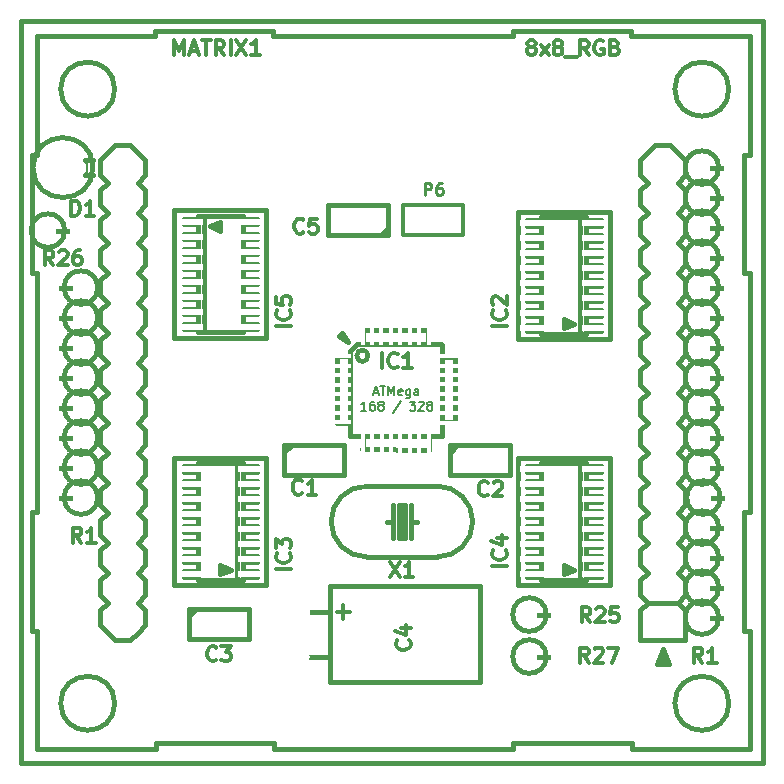
<source format=gto>
G04 (created by PCBNEW (2013-01-24 BZR 3921)-testing) date Fri 25 Jan 2013 03:38:43 AM CET*
%MOIN*%
G04 Gerber Fmt 3.4, Leading zero omitted, Abs format*
%FSLAX34Y34*%
G01*
G70*
G90*
G04 APERTURE LIST*
%ADD10C,0.00787402*%
%ADD11C,0.0075*%
%ADD12C,0.015*%
%ADD13C,0.012*%
%ADD14C,0.00984252*%
%ADD15C,0.055*%
%ADD16R,0.06X0.06*%
%ADD17C,0.06*%
%ADD18R,0.065X0.065*%
%ADD19C,0.065*%
%ADD20R,0.055X0.055*%
%ADD21C,0.16*%
%ADD22R,0.0866X0.0236*%
%ADD23R,0.0787X0.0177*%
%ADD24R,0.0177X0.0787*%
G04 APERTURE END LIST*
G54D10*
G54D11*
X53215Y-34901D02*
X53044Y-34901D01*
X53130Y-34901D02*
X53130Y-34601D01*
X53101Y-34644D01*
X53072Y-34672D01*
X53044Y-34687D01*
X53472Y-34601D02*
X53415Y-34601D01*
X53387Y-34615D01*
X53372Y-34630D01*
X53344Y-34672D01*
X53330Y-34730D01*
X53330Y-34844D01*
X53344Y-34872D01*
X53358Y-34887D01*
X53387Y-34901D01*
X53444Y-34901D01*
X53472Y-34887D01*
X53487Y-34872D01*
X53501Y-34844D01*
X53501Y-34772D01*
X53487Y-34744D01*
X53472Y-34730D01*
X53444Y-34715D01*
X53387Y-34715D01*
X53358Y-34730D01*
X53344Y-34744D01*
X53330Y-34772D01*
X53672Y-34730D02*
X53644Y-34715D01*
X53630Y-34701D01*
X53615Y-34672D01*
X53615Y-34658D01*
X53630Y-34630D01*
X53644Y-34615D01*
X53672Y-34601D01*
X53730Y-34601D01*
X53758Y-34615D01*
X53772Y-34630D01*
X53787Y-34658D01*
X53787Y-34672D01*
X53772Y-34701D01*
X53758Y-34715D01*
X53730Y-34730D01*
X53672Y-34730D01*
X53644Y-34744D01*
X53630Y-34758D01*
X53615Y-34787D01*
X53615Y-34844D01*
X53630Y-34872D01*
X53644Y-34887D01*
X53672Y-34901D01*
X53730Y-34901D01*
X53758Y-34887D01*
X53772Y-34872D01*
X53787Y-34844D01*
X53787Y-34787D01*
X53772Y-34758D01*
X53758Y-34744D01*
X53730Y-34730D01*
X54358Y-34587D02*
X54101Y-34972D01*
X54658Y-34601D02*
X54844Y-34601D01*
X54744Y-34715D01*
X54787Y-34715D01*
X54815Y-34730D01*
X54830Y-34744D01*
X54844Y-34772D01*
X54844Y-34844D01*
X54830Y-34872D01*
X54815Y-34887D01*
X54787Y-34901D01*
X54701Y-34901D01*
X54672Y-34887D01*
X54658Y-34872D01*
X54958Y-34630D02*
X54972Y-34615D01*
X55001Y-34601D01*
X55072Y-34601D01*
X55101Y-34615D01*
X55115Y-34630D01*
X55129Y-34658D01*
X55129Y-34687D01*
X55115Y-34730D01*
X54944Y-34901D01*
X55129Y-34901D01*
X55301Y-34730D02*
X55272Y-34715D01*
X55258Y-34701D01*
X55244Y-34672D01*
X55244Y-34658D01*
X55258Y-34630D01*
X55272Y-34615D01*
X55301Y-34601D01*
X55358Y-34601D01*
X55387Y-34615D01*
X55401Y-34630D01*
X55415Y-34658D01*
X55415Y-34672D01*
X55401Y-34701D01*
X55387Y-34715D01*
X55358Y-34730D01*
X55301Y-34730D01*
X55272Y-34744D01*
X55258Y-34758D01*
X55244Y-34787D01*
X55244Y-34844D01*
X55258Y-34872D01*
X55272Y-34887D01*
X55301Y-34901D01*
X55358Y-34901D01*
X55387Y-34887D01*
X55401Y-34872D01*
X55415Y-34844D01*
X55415Y-34787D01*
X55401Y-34758D01*
X55387Y-34744D01*
X55358Y-34730D01*
X53452Y-34305D02*
X53595Y-34305D01*
X53424Y-34391D02*
X53524Y-34091D01*
X53624Y-34391D01*
X53681Y-34091D02*
X53852Y-34091D01*
X53767Y-34391D02*
X53767Y-34091D01*
X53952Y-34391D02*
X53952Y-34091D01*
X54052Y-34305D01*
X54152Y-34091D01*
X54152Y-34391D01*
X54409Y-34377D02*
X54381Y-34391D01*
X54324Y-34391D01*
X54295Y-34377D01*
X54281Y-34348D01*
X54281Y-34234D01*
X54295Y-34205D01*
X54324Y-34191D01*
X54381Y-34191D01*
X54409Y-34205D01*
X54424Y-34234D01*
X54424Y-34262D01*
X54281Y-34291D01*
X54681Y-34191D02*
X54681Y-34434D01*
X54667Y-34462D01*
X54652Y-34477D01*
X54624Y-34491D01*
X54581Y-34491D01*
X54552Y-34477D01*
X54681Y-34377D02*
X54652Y-34391D01*
X54595Y-34391D01*
X54567Y-34377D01*
X54552Y-34362D01*
X54538Y-34334D01*
X54538Y-34248D01*
X54552Y-34220D01*
X54567Y-34205D01*
X54595Y-34191D01*
X54652Y-34191D01*
X54681Y-34205D01*
X54952Y-34391D02*
X54952Y-34234D01*
X54938Y-34205D01*
X54910Y-34191D01*
X54852Y-34191D01*
X54824Y-34205D01*
X54952Y-34377D02*
X54924Y-34391D01*
X54852Y-34391D01*
X54824Y-34377D01*
X54810Y-34348D01*
X54810Y-34320D01*
X54824Y-34291D01*
X54852Y-34277D01*
X54924Y-34277D01*
X54952Y-34262D01*
G54D12*
X41700Y-21900D02*
X66450Y-21900D01*
X41700Y-46650D02*
X41700Y-21900D01*
X66450Y-46650D02*
X41700Y-46650D01*
X66450Y-21900D02*
X66450Y-46650D01*
G54D13*
X43716Y-39302D02*
X43550Y-39064D01*
X43430Y-39302D02*
X43430Y-38802D01*
X43621Y-38802D01*
X43669Y-38826D01*
X43692Y-38850D01*
X43716Y-38897D01*
X43716Y-38969D01*
X43692Y-39016D01*
X43669Y-39040D01*
X43621Y-39064D01*
X43430Y-39064D01*
X44192Y-39302D02*
X43907Y-39302D01*
X44050Y-39302D02*
X44050Y-38802D01*
X44002Y-38873D01*
X43954Y-38921D01*
X43907Y-38945D01*
X64416Y-43302D02*
X64250Y-43064D01*
X64130Y-43302D02*
X64130Y-42802D01*
X64321Y-42802D01*
X64369Y-42826D01*
X64392Y-42850D01*
X64416Y-42897D01*
X64416Y-42969D01*
X64392Y-43016D01*
X64369Y-43040D01*
X64321Y-43064D01*
X64130Y-43064D01*
X64892Y-43302D02*
X64607Y-43302D01*
X64750Y-43302D02*
X64750Y-42802D01*
X64702Y-42873D01*
X64654Y-42921D01*
X64607Y-42945D01*
G54D12*
X54400Y-39150D02*
X54400Y-38050D01*
X54500Y-39150D02*
X54300Y-39150D01*
X54300Y-39150D02*
X54300Y-38050D01*
X54300Y-38050D02*
X54500Y-38050D01*
X54500Y-38050D02*
X54500Y-39150D01*
X54700Y-38600D02*
X54900Y-38600D01*
X54100Y-38600D02*
X53900Y-38600D01*
X54100Y-39150D02*
X54100Y-38050D01*
X54700Y-39150D02*
X54700Y-38050D01*
X55581Y-39781D02*
G75*
G03X56762Y-38600I0J1181D01*
G74*
G01*
X56762Y-38600D02*
G75*
G03X55581Y-37419I-1181J0D01*
G74*
G01*
X53219Y-37419D02*
X55581Y-37419D01*
X53219Y-39781D02*
X55581Y-39781D01*
X52038Y-38600D02*
G75*
G03X53219Y-39781I1181J0D01*
G74*
G01*
X53219Y-37419D02*
G75*
G03X52038Y-38600I0J-1181D01*
G74*
G01*
X53930Y-29050D02*
X51950Y-29050D01*
X51950Y-29050D02*
X51950Y-28050D01*
X51950Y-28050D02*
X53950Y-28050D01*
X53950Y-28050D02*
X53950Y-29050D01*
X53950Y-28800D02*
X53700Y-29050D01*
X56020Y-36050D02*
X58000Y-36050D01*
X58000Y-36050D02*
X58000Y-37050D01*
X58000Y-37050D02*
X56000Y-37050D01*
X56000Y-37050D02*
X56000Y-36050D01*
X56000Y-36300D02*
X56250Y-36050D01*
X50492Y-36042D02*
X52472Y-36042D01*
X52472Y-36042D02*
X52472Y-37042D01*
X52472Y-37042D02*
X50472Y-37042D01*
X50472Y-37042D02*
X50472Y-36042D01*
X50472Y-36292D02*
X50722Y-36042D01*
X56986Y-43959D02*
X56986Y-40759D01*
X51986Y-40759D02*
X51986Y-43959D01*
X51986Y-43959D02*
X56986Y-43959D01*
X51986Y-40759D02*
X56986Y-40759D01*
X50986Y-43109D02*
X51986Y-43109D01*
X50986Y-41609D02*
X51986Y-41609D01*
X47320Y-41500D02*
X49300Y-41500D01*
X49300Y-41500D02*
X49300Y-42500D01*
X49300Y-42500D02*
X47300Y-42500D01*
X47300Y-42500D02*
X47300Y-41500D01*
X47300Y-41750D02*
X47550Y-41500D01*
X44100Y-26800D02*
G75*
G03X44100Y-26800I-1000J0D01*
G74*
G01*
X44100Y-26550D02*
X43850Y-26550D01*
X43850Y-26550D02*
X43850Y-27050D01*
X43850Y-27050D02*
X44100Y-27050D01*
X64400Y-34800D02*
X65400Y-34800D01*
X64959Y-34800D02*
G75*
G03X64959Y-34800I-559J0D01*
G74*
G01*
X64400Y-35800D02*
X65400Y-35800D01*
X64959Y-35800D02*
G75*
G03X64959Y-35800I-559J0D01*
G74*
G01*
X64400Y-36800D02*
X65400Y-36800D01*
X64959Y-36800D02*
G75*
G03X64959Y-36800I-559J0D01*
G74*
G01*
X64450Y-37800D02*
X65450Y-37800D01*
X65009Y-37800D02*
G75*
G03X65009Y-37800I-559J0D01*
G74*
G01*
X64400Y-38800D02*
X65400Y-38800D01*
X64959Y-38800D02*
G75*
G03X64959Y-38800I-559J0D01*
G74*
G01*
X64400Y-39800D02*
X65400Y-39800D01*
X64959Y-39800D02*
G75*
G03X64959Y-39800I-559J0D01*
G74*
G01*
X64400Y-40800D02*
X65400Y-40800D01*
X64959Y-40800D02*
G75*
G03X64959Y-40800I-559J0D01*
G74*
G01*
X64400Y-41800D02*
X65400Y-41800D01*
X64959Y-41800D02*
G75*
G03X64959Y-41800I-559J0D01*
G74*
G01*
X43700Y-30800D02*
X42700Y-30800D01*
X44259Y-30800D02*
G75*
G03X44259Y-30800I-559J0D01*
G74*
G01*
X43700Y-31800D02*
X42700Y-31800D01*
X44259Y-31800D02*
G75*
G03X44259Y-31800I-559J0D01*
G74*
G01*
X43700Y-32800D02*
X42700Y-32800D01*
X44259Y-32800D02*
G75*
G03X44259Y-32800I-559J0D01*
G74*
G01*
X43700Y-33800D02*
X42700Y-33800D01*
X44259Y-33800D02*
G75*
G03X44259Y-33800I-559J0D01*
G74*
G01*
X43700Y-34800D02*
X42700Y-34800D01*
X44259Y-34800D02*
G75*
G03X44259Y-34800I-559J0D01*
G74*
G01*
X43700Y-35800D02*
X42700Y-35800D01*
X44259Y-35800D02*
G75*
G03X44259Y-35800I-559J0D01*
G74*
G01*
X43700Y-36800D02*
X42700Y-36800D01*
X44259Y-36800D02*
G75*
G03X44259Y-36800I-559J0D01*
G74*
G01*
X43700Y-37800D02*
X42700Y-37800D01*
X44259Y-37800D02*
G75*
G03X44259Y-37800I-559J0D01*
G74*
G01*
X64400Y-26800D02*
X65400Y-26800D01*
X64959Y-26800D02*
G75*
G03X64959Y-26800I-559J0D01*
G74*
G01*
X64400Y-27800D02*
X65400Y-27800D01*
X64959Y-27800D02*
G75*
G03X64959Y-27800I-559J0D01*
G74*
G01*
X64400Y-28800D02*
X65400Y-28800D01*
X64959Y-28800D02*
G75*
G03X64959Y-28800I-559J0D01*
G74*
G01*
X64400Y-29800D02*
X65400Y-29800D01*
X64959Y-29800D02*
G75*
G03X64959Y-29800I-559J0D01*
G74*
G01*
X64400Y-30800D02*
X65400Y-30800D01*
X64959Y-30800D02*
G75*
G03X64959Y-30800I-559J0D01*
G74*
G01*
X64400Y-31800D02*
X65400Y-31800D01*
X64959Y-31800D02*
G75*
G03X64959Y-31800I-559J0D01*
G74*
G01*
X64400Y-32800D02*
X65400Y-32800D01*
X64959Y-32800D02*
G75*
G03X64959Y-32800I-559J0D01*
G74*
G01*
X64400Y-33800D02*
X65400Y-33800D01*
X64959Y-33800D02*
G75*
G03X64959Y-33800I-559J0D01*
G74*
G01*
X42600Y-28900D02*
X43600Y-28900D01*
X43159Y-28900D02*
G75*
G03X43159Y-28900I-559J0D01*
G74*
G01*
X58650Y-41700D02*
X59650Y-41700D01*
X59209Y-41700D02*
G75*
G03X59209Y-41700I-559J0D01*
G74*
G01*
X44824Y-24186D02*
G75*
G03X44824Y-24186I-900J0D01*
G74*
G01*
X44824Y-44658D02*
G75*
G03X44824Y-44658I-900J0D01*
G74*
G01*
X65297Y-24186D02*
G75*
G03X65297Y-24186I-900J0D01*
G74*
G01*
X65297Y-44658D02*
G75*
G03X65297Y-44658I-900J0D01*
G74*
G01*
X58650Y-43100D02*
X59650Y-43100D01*
X59209Y-43100D02*
G75*
G03X59209Y-43100I-559J0D01*
G74*
G01*
X63100Y-42900D02*
X63000Y-43300D01*
X63100Y-42950D02*
X63150Y-43250D01*
X63100Y-42850D02*
X63300Y-43350D01*
X63300Y-43350D02*
X62900Y-43350D01*
X63100Y-42850D02*
X63100Y-43350D01*
X63100Y-43350D02*
X62900Y-43350D01*
X63100Y-42850D02*
X62900Y-43350D01*
X62600Y-36300D02*
X62350Y-36050D01*
X62350Y-36050D02*
X62350Y-35550D01*
X62350Y-35550D02*
X62600Y-35300D01*
X62600Y-35300D02*
X62350Y-35050D01*
X62350Y-35050D02*
X62350Y-34550D01*
X62350Y-34550D02*
X62600Y-34300D01*
X62600Y-34300D02*
X62350Y-34050D01*
X62350Y-34050D02*
X62350Y-33550D01*
X62350Y-33550D02*
X62600Y-33300D01*
X62600Y-33300D02*
X62350Y-33050D01*
X62350Y-33050D02*
X62350Y-32550D01*
X62350Y-32550D02*
X62600Y-32300D01*
X62600Y-32300D02*
X62350Y-32050D01*
X62350Y-32050D02*
X62350Y-31550D01*
X62350Y-31550D02*
X62600Y-31300D01*
X62600Y-31300D02*
X62350Y-31050D01*
X62350Y-31050D02*
X62350Y-30550D01*
X62350Y-30550D02*
X62600Y-30300D01*
X62600Y-30300D02*
X62350Y-30050D01*
X62350Y-30050D02*
X62350Y-29550D01*
X62350Y-29550D02*
X62600Y-29300D01*
X62600Y-29300D02*
X62350Y-29050D01*
X62350Y-29050D02*
X62350Y-28550D01*
X62350Y-28550D02*
X62600Y-28300D01*
X62600Y-28300D02*
X62350Y-28050D01*
X62350Y-28050D02*
X62350Y-27550D01*
X62350Y-27550D02*
X62600Y-27300D01*
X62600Y-27300D02*
X62350Y-27050D01*
X62350Y-27050D02*
X62350Y-26550D01*
X62350Y-26550D02*
X62850Y-26050D01*
X62350Y-37550D02*
X62600Y-37300D01*
X62600Y-37300D02*
X62350Y-37050D01*
X62350Y-37050D02*
X62350Y-36550D01*
X62350Y-36550D02*
X62600Y-36300D01*
X62600Y-41300D02*
X63600Y-41300D01*
X63850Y-41550D02*
X63850Y-42550D01*
X63850Y-42550D02*
X62350Y-42550D01*
X62350Y-42550D02*
X62350Y-41550D01*
X62350Y-41550D02*
X62600Y-41300D01*
X62600Y-41300D02*
X62350Y-41050D01*
X62350Y-41050D02*
X62350Y-40550D01*
X62350Y-40550D02*
X62600Y-40300D01*
X62600Y-40300D02*
X62350Y-40050D01*
X62350Y-40050D02*
X62350Y-39550D01*
X62350Y-39550D02*
X62600Y-39300D01*
X62600Y-39300D02*
X62350Y-39050D01*
X62350Y-39050D02*
X62350Y-38550D01*
X62350Y-38550D02*
X62600Y-38300D01*
X62600Y-38300D02*
X62350Y-38050D01*
X62350Y-38050D02*
X62350Y-37550D01*
X62850Y-26050D02*
X63350Y-26050D01*
X63350Y-26050D02*
X63850Y-26550D01*
X63850Y-26550D02*
X63850Y-27050D01*
X63850Y-27050D02*
X63600Y-27300D01*
X63600Y-27300D02*
X63850Y-27550D01*
X63850Y-27550D02*
X63850Y-28050D01*
X63850Y-28050D02*
X63600Y-28300D01*
X63600Y-28300D02*
X63850Y-28550D01*
X63850Y-28550D02*
X63850Y-29050D01*
X63850Y-29050D02*
X63600Y-29300D01*
X63600Y-29300D02*
X63850Y-29550D01*
X63850Y-29550D02*
X63850Y-30050D01*
X63850Y-30050D02*
X63600Y-30300D01*
X63600Y-30300D02*
X63850Y-30550D01*
X63850Y-30550D02*
X63850Y-31050D01*
X63850Y-31050D02*
X63600Y-31300D01*
X63600Y-31300D02*
X63850Y-31550D01*
X63850Y-31550D02*
X63850Y-32050D01*
X63850Y-32050D02*
X63600Y-32300D01*
X63600Y-32300D02*
X63850Y-32550D01*
X63850Y-32550D02*
X63850Y-33050D01*
X63850Y-33050D02*
X63600Y-33300D01*
X63600Y-33300D02*
X63850Y-33550D01*
X63850Y-33550D02*
X63850Y-34050D01*
X63850Y-34050D02*
X63600Y-34300D01*
X63600Y-34300D02*
X63850Y-34550D01*
X63850Y-34550D02*
X63850Y-35050D01*
X63850Y-35050D02*
X63600Y-35300D01*
X63600Y-35300D02*
X63850Y-35550D01*
X63850Y-35550D02*
X63850Y-36050D01*
X63850Y-36050D02*
X63600Y-36300D01*
X63600Y-36300D02*
X63850Y-36550D01*
X63850Y-36550D02*
X63850Y-37050D01*
X63850Y-37050D02*
X63600Y-37300D01*
X63600Y-37300D02*
X63850Y-37550D01*
X63850Y-37550D02*
X63850Y-38050D01*
X63850Y-38050D02*
X63600Y-38300D01*
X63600Y-38300D02*
X63850Y-38550D01*
X63850Y-38550D02*
X63850Y-39050D01*
X63850Y-39050D02*
X63600Y-39300D01*
X63600Y-39300D02*
X63850Y-39550D01*
X63850Y-39550D02*
X63850Y-40050D01*
X63850Y-40050D02*
X63600Y-40300D01*
X63600Y-40300D02*
X63850Y-40550D01*
X63850Y-40550D02*
X63850Y-41050D01*
X63850Y-41050D02*
X63600Y-41300D01*
X63600Y-41300D02*
X63850Y-41550D01*
X44850Y-26050D02*
X45350Y-26050D01*
X45350Y-26050D02*
X45850Y-26550D01*
X45850Y-26550D02*
X45850Y-27050D01*
X45850Y-27050D02*
X45600Y-27300D01*
X45600Y-27300D02*
X45850Y-27550D01*
X45850Y-27550D02*
X45850Y-28050D01*
X45850Y-28050D02*
X45600Y-28300D01*
X45600Y-28300D02*
X45850Y-28550D01*
X45850Y-28550D02*
X45850Y-29050D01*
X45850Y-29050D02*
X45600Y-29300D01*
X45600Y-29300D02*
X45850Y-29550D01*
X45850Y-29550D02*
X45850Y-30050D01*
X45850Y-30050D02*
X45600Y-30300D01*
X45600Y-30300D02*
X45850Y-30550D01*
X45850Y-30550D02*
X45850Y-31050D01*
X45850Y-31050D02*
X45600Y-31300D01*
X45600Y-31300D02*
X45850Y-31550D01*
X45850Y-31550D02*
X45850Y-32050D01*
X45850Y-32050D02*
X45600Y-32300D01*
X45600Y-32300D02*
X45850Y-32550D01*
X45850Y-32550D02*
X45850Y-33050D01*
X45850Y-33050D02*
X45600Y-33300D01*
X45600Y-33300D02*
X45850Y-33550D01*
X45850Y-33550D02*
X45850Y-34050D01*
X45850Y-34050D02*
X45600Y-34300D01*
X45600Y-34300D02*
X45850Y-34550D01*
X45850Y-34550D02*
X45850Y-35050D01*
X45850Y-35050D02*
X45600Y-35300D01*
X45600Y-35300D02*
X45850Y-35550D01*
X45850Y-35550D02*
X45850Y-36050D01*
X45850Y-36050D02*
X45600Y-36300D01*
X45600Y-36300D02*
X45850Y-36550D01*
X45850Y-36550D02*
X45850Y-37050D01*
X45850Y-37050D02*
X45600Y-37300D01*
X45600Y-37300D02*
X45850Y-37550D01*
X45850Y-37550D02*
X45850Y-38050D01*
X45850Y-38050D02*
X45600Y-38300D01*
X45600Y-38300D02*
X45850Y-38550D01*
X45850Y-38550D02*
X45850Y-39050D01*
X45850Y-39050D02*
X45600Y-39300D01*
X45600Y-39300D02*
X45850Y-39550D01*
X45850Y-39550D02*
X45850Y-40050D01*
X45850Y-40050D02*
X45600Y-40300D01*
X45600Y-40300D02*
X45850Y-40550D01*
X45850Y-40550D02*
X45850Y-41050D01*
X45850Y-41050D02*
X45600Y-41300D01*
X45600Y-41300D02*
X45850Y-41550D01*
X45850Y-41550D02*
X45850Y-42050D01*
X45850Y-42050D02*
X45600Y-42300D01*
X45600Y-42300D02*
X45350Y-42550D01*
X45350Y-42550D02*
X44850Y-42550D01*
X44850Y-42550D02*
X44350Y-42050D01*
X44350Y-42050D02*
X44350Y-41550D01*
X44350Y-41550D02*
X44600Y-41300D01*
X44600Y-41300D02*
X44350Y-41050D01*
X44350Y-41050D02*
X44350Y-40550D01*
X44350Y-40550D02*
X44600Y-40300D01*
X44600Y-40300D02*
X44350Y-40050D01*
X44350Y-40050D02*
X44350Y-39550D01*
X44350Y-39550D02*
X44600Y-39300D01*
X44600Y-39300D02*
X44350Y-39050D01*
X44350Y-39050D02*
X44350Y-38550D01*
X44350Y-38550D02*
X44600Y-38300D01*
X44600Y-38300D02*
X44350Y-38050D01*
X44350Y-38050D02*
X44350Y-37550D01*
X44350Y-37550D02*
X44600Y-37300D01*
X44600Y-37300D02*
X44350Y-37050D01*
X44350Y-37050D02*
X44350Y-36550D01*
X44350Y-36550D02*
X44600Y-36300D01*
X44600Y-36300D02*
X44350Y-36050D01*
X44350Y-36050D02*
X44350Y-35550D01*
X44350Y-35550D02*
X44600Y-35300D01*
X44600Y-35300D02*
X44350Y-35050D01*
X44350Y-35050D02*
X44350Y-34550D01*
X44350Y-34550D02*
X44600Y-34300D01*
X44600Y-34300D02*
X44350Y-34050D01*
X44350Y-34050D02*
X44350Y-33550D01*
X44350Y-33550D02*
X44600Y-33300D01*
X44600Y-33300D02*
X44350Y-33050D01*
X44350Y-33050D02*
X44350Y-32550D01*
X44350Y-32550D02*
X44600Y-32300D01*
X44600Y-32300D02*
X44350Y-32050D01*
X44350Y-32050D02*
X44350Y-31550D01*
X44350Y-31550D02*
X44600Y-31300D01*
X44600Y-31300D02*
X44350Y-31050D01*
X44350Y-31050D02*
X44350Y-30550D01*
X44350Y-30550D02*
X44600Y-30300D01*
X44600Y-30300D02*
X44350Y-30050D01*
X44350Y-30050D02*
X44350Y-29550D01*
X44350Y-29550D02*
X44600Y-29300D01*
X44600Y-29300D02*
X44350Y-29050D01*
X44350Y-29050D02*
X44350Y-28550D01*
X44350Y-28550D02*
X44600Y-28300D01*
X44600Y-28300D02*
X44350Y-28050D01*
X44350Y-28050D02*
X44350Y-27550D01*
X44350Y-27550D02*
X44600Y-27300D01*
X44600Y-27300D02*
X44350Y-27050D01*
X44350Y-27050D02*
X44350Y-26550D01*
X44350Y-26550D02*
X44850Y-26050D01*
X65793Y-26367D02*
X65990Y-26367D01*
X65990Y-26367D02*
X65990Y-22430D01*
X62033Y-22430D02*
X62033Y-22233D01*
X62033Y-22233D02*
X58096Y-22233D01*
X58096Y-22233D02*
X58096Y-22430D01*
X58096Y-22430D02*
X50104Y-22430D01*
X50104Y-22430D02*
X50104Y-22233D01*
X50104Y-22233D02*
X46167Y-22233D01*
X46167Y-22233D02*
X46167Y-22430D01*
X46167Y-22430D02*
X42230Y-22430D01*
X42230Y-22430D02*
X42230Y-26367D01*
X42230Y-26367D02*
X42053Y-26367D01*
X42053Y-26367D02*
X42053Y-30304D01*
X42053Y-30304D02*
X42250Y-30304D01*
X42250Y-30304D02*
X42250Y-38296D01*
X42250Y-38296D02*
X42053Y-38296D01*
X42053Y-38296D02*
X42053Y-42233D01*
X42053Y-42233D02*
X42250Y-42233D01*
X42250Y-42233D02*
X42250Y-46170D01*
X42250Y-46170D02*
X46187Y-46170D01*
X46187Y-46170D02*
X46187Y-45973D01*
X46187Y-45973D02*
X50124Y-45973D01*
X50124Y-45973D02*
X50124Y-46170D01*
X50124Y-46170D02*
X58116Y-46170D01*
X58116Y-46170D02*
X58116Y-45973D01*
X58116Y-45973D02*
X62053Y-45973D01*
X62053Y-45973D02*
X62053Y-46170D01*
X62053Y-46170D02*
X65990Y-46170D01*
X65990Y-46170D02*
X65990Y-42233D01*
X65990Y-42233D02*
X65793Y-42233D01*
X65793Y-42233D02*
X65793Y-38296D01*
X65793Y-38296D02*
X65990Y-38296D01*
X65990Y-38296D02*
X65990Y-30304D01*
X65990Y-30304D02*
X65793Y-30304D01*
X65793Y-30304D02*
X65793Y-26367D01*
X65970Y-22430D02*
X62033Y-22430D01*
X60150Y-32000D02*
X59800Y-32000D01*
X60150Y-32000D02*
X59800Y-32150D01*
X59800Y-32150D02*
X59800Y-31850D01*
X59800Y-31850D02*
X60150Y-32000D01*
X61020Y-32246D02*
X61020Y-32053D01*
X61020Y-32053D02*
X60587Y-32053D01*
X60587Y-32246D02*
X60587Y-32053D01*
X61020Y-32246D02*
X60587Y-32246D01*
X61020Y-31746D02*
X61020Y-31553D01*
X61020Y-31553D02*
X60587Y-31553D01*
X60587Y-31746D02*
X60587Y-31553D01*
X61020Y-31746D02*
X60587Y-31746D01*
X61020Y-31246D02*
X61020Y-31053D01*
X61020Y-31053D02*
X60587Y-31053D01*
X60587Y-31246D02*
X60587Y-31053D01*
X61020Y-31246D02*
X60587Y-31246D01*
X61020Y-30746D02*
X61020Y-30553D01*
X61020Y-30553D02*
X60587Y-30553D01*
X60587Y-30746D02*
X60587Y-30553D01*
X61020Y-30746D02*
X60587Y-30746D01*
X59013Y-29747D02*
X59013Y-29554D01*
X59013Y-29554D02*
X58580Y-29554D01*
X58580Y-29747D02*
X58580Y-29554D01*
X59013Y-29747D02*
X58580Y-29747D01*
X59013Y-30247D02*
X59013Y-30054D01*
X59013Y-30054D02*
X58580Y-30054D01*
X58580Y-30247D02*
X58580Y-30054D01*
X59013Y-30247D02*
X58580Y-30247D01*
X59013Y-30746D02*
X59013Y-30553D01*
X59013Y-30553D02*
X58580Y-30553D01*
X58580Y-30746D02*
X58580Y-30553D01*
X59013Y-30746D02*
X58580Y-30746D01*
X59013Y-31246D02*
X59013Y-31053D01*
X59013Y-31053D02*
X58580Y-31053D01*
X58580Y-31246D02*
X58580Y-31053D01*
X59013Y-31246D02*
X58580Y-31246D01*
X61020Y-30247D02*
X61020Y-30054D01*
X61020Y-30054D02*
X60587Y-30054D01*
X60587Y-30247D02*
X60587Y-30054D01*
X61020Y-30247D02*
X60587Y-30247D01*
X61020Y-29747D02*
X61020Y-29554D01*
X61020Y-29554D02*
X60587Y-29554D01*
X60587Y-29747D02*
X60587Y-29554D01*
X61020Y-29747D02*
X60587Y-29747D01*
X61020Y-29247D02*
X61020Y-29054D01*
X61020Y-29054D02*
X60587Y-29054D01*
X60587Y-29247D02*
X60587Y-29054D01*
X61020Y-29247D02*
X60587Y-29247D01*
X61020Y-28747D02*
X61020Y-28554D01*
X61020Y-28554D02*
X60587Y-28554D01*
X60587Y-28747D02*
X60587Y-28554D01*
X61020Y-28747D02*
X60587Y-28747D01*
X59013Y-28747D02*
X59013Y-28554D01*
X59013Y-28554D02*
X58580Y-28554D01*
X58580Y-28747D02*
X58580Y-28554D01*
X59013Y-28747D02*
X58580Y-28747D01*
X59013Y-29247D02*
X59013Y-29054D01*
X59013Y-29054D02*
X58580Y-29054D01*
X58580Y-29247D02*
X58580Y-29054D01*
X59013Y-29247D02*
X58580Y-29247D01*
X59013Y-31746D02*
X59013Y-31553D01*
X59013Y-31553D02*
X58580Y-31553D01*
X58580Y-31746D02*
X58580Y-31553D01*
X59013Y-31746D02*
X58580Y-31746D01*
X59013Y-32246D02*
X59013Y-32053D01*
X59013Y-32053D02*
X58580Y-32053D01*
X58580Y-32246D02*
X58580Y-32053D01*
X59013Y-32246D02*
X58580Y-32246D01*
X58265Y-32524D02*
X58265Y-28276D01*
X61335Y-28276D02*
X61335Y-32524D01*
X61335Y-32524D02*
X58265Y-32524D01*
X60548Y-28456D02*
X60548Y-32344D01*
X60548Y-32344D02*
X60351Y-32344D01*
X60351Y-32344D02*
X59052Y-32344D01*
X59052Y-32344D02*
X59052Y-28456D01*
X60351Y-28456D02*
X60351Y-32344D01*
X59052Y-28456D02*
X60351Y-28456D01*
X60351Y-28456D02*
X60548Y-28456D01*
X58265Y-28276D02*
X61335Y-28276D01*
X60150Y-40200D02*
X59800Y-40200D01*
X60150Y-40200D02*
X59800Y-40350D01*
X59800Y-40350D02*
X59800Y-40050D01*
X59800Y-40050D02*
X60150Y-40200D01*
X61020Y-40446D02*
X61020Y-40253D01*
X61020Y-40253D02*
X60587Y-40253D01*
X60587Y-40446D02*
X60587Y-40253D01*
X61020Y-40446D02*
X60587Y-40446D01*
X61020Y-39946D02*
X61020Y-39753D01*
X61020Y-39753D02*
X60587Y-39753D01*
X60587Y-39946D02*
X60587Y-39753D01*
X61020Y-39946D02*
X60587Y-39946D01*
X61020Y-39446D02*
X61020Y-39253D01*
X61020Y-39253D02*
X60587Y-39253D01*
X60587Y-39446D02*
X60587Y-39253D01*
X61020Y-39446D02*
X60587Y-39446D01*
X61020Y-38946D02*
X61020Y-38753D01*
X61020Y-38753D02*
X60587Y-38753D01*
X60587Y-38946D02*
X60587Y-38753D01*
X61020Y-38946D02*
X60587Y-38946D01*
X59013Y-37947D02*
X59013Y-37754D01*
X59013Y-37754D02*
X58580Y-37754D01*
X58580Y-37947D02*
X58580Y-37754D01*
X59013Y-37947D02*
X58580Y-37947D01*
X59013Y-38447D02*
X59013Y-38254D01*
X59013Y-38254D02*
X58580Y-38254D01*
X58580Y-38447D02*
X58580Y-38254D01*
X59013Y-38447D02*
X58580Y-38447D01*
X59013Y-38946D02*
X59013Y-38753D01*
X59013Y-38753D02*
X58580Y-38753D01*
X58580Y-38946D02*
X58580Y-38753D01*
X59013Y-38946D02*
X58580Y-38946D01*
X59013Y-39446D02*
X59013Y-39253D01*
X59013Y-39253D02*
X58580Y-39253D01*
X58580Y-39446D02*
X58580Y-39253D01*
X59013Y-39446D02*
X58580Y-39446D01*
X61020Y-38447D02*
X61020Y-38254D01*
X61020Y-38254D02*
X60587Y-38254D01*
X60587Y-38447D02*
X60587Y-38254D01*
X61020Y-38447D02*
X60587Y-38447D01*
X61020Y-37947D02*
X61020Y-37754D01*
X61020Y-37754D02*
X60587Y-37754D01*
X60587Y-37947D02*
X60587Y-37754D01*
X61020Y-37947D02*
X60587Y-37947D01*
X61020Y-37447D02*
X61020Y-37254D01*
X61020Y-37254D02*
X60587Y-37254D01*
X60587Y-37447D02*
X60587Y-37254D01*
X61020Y-37447D02*
X60587Y-37447D01*
X61020Y-36947D02*
X61020Y-36754D01*
X61020Y-36754D02*
X60587Y-36754D01*
X60587Y-36947D02*
X60587Y-36754D01*
X61020Y-36947D02*
X60587Y-36947D01*
X59013Y-36947D02*
X59013Y-36754D01*
X59013Y-36754D02*
X58580Y-36754D01*
X58580Y-36947D02*
X58580Y-36754D01*
X59013Y-36947D02*
X58580Y-36947D01*
X59013Y-37447D02*
X59013Y-37254D01*
X59013Y-37254D02*
X58580Y-37254D01*
X58580Y-37447D02*
X58580Y-37254D01*
X59013Y-37447D02*
X58580Y-37447D01*
X59013Y-39946D02*
X59013Y-39753D01*
X59013Y-39753D02*
X58580Y-39753D01*
X58580Y-39946D02*
X58580Y-39753D01*
X59013Y-39946D02*
X58580Y-39946D01*
X59013Y-40446D02*
X59013Y-40253D01*
X59013Y-40253D02*
X58580Y-40253D01*
X58580Y-40446D02*
X58580Y-40253D01*
X59013Y-40446D02*
X58580Y-40446D01*
X58265Y-40724D02*
X58265Y-36476D01*
X61335Y-36476D02*
X61335Y-40724D01*
X61335Y-40724D02*
X58265Y-40724D01*
X60548Y-36656D02*
X60548Y-40544D01*
X60548Y-40544D02*
X60351Y-40544D01*
X60351Y-40544D02*
X59052Y-40544D01*
X59052Y-40544D02*
X59052Y-36656D01*
X60351Y-36656D02*
X60351Y-40544D01*
X59052Y-36656D02*
X60351Y-36656D01*
X60351Y-36656D02*
X60548Y-36656D01*
X58265Y-36476D02*
X61335Y-36476D01*
X48000Y-28750D02*
X48350Y-28750D01*
X48000Y-28750D02*
X48350Y-28600D01*
X48350Y-28600D02*
X48350Y-28900D01*
X48350Y-28900D02*
X48000Y-28750D01*
X47130Y-28504D02*
X47130Y-28697D01*
X47130Y-28697D02*
X47563Y-28697D01*
X47563Y-28504D02*
X47563Y-28697D01*
X47130Y-28504D02*
X47563Y-28504D01*
X47130Y-29004D02*
X47130Y-29197D01*
X47130Y-29197D02*
X47563Y-29197D01*
X47563Y-29004D02*
X47563Y-29197D01*
X47130Y-29004D02*
X47563Y-29004D01*
X47130Y-29504D02*
X47130Y-29697D01*
X47130Y-29697D02*
X47563Y-29697D01*
X47563Y-29504D02*
X47563Y-29697D01*
X47130Y-29504D02*
X47563Y-29504D01*
X47130Y-30004D02*
X47130Y-30197D01*
X47130Y-30197D02*
X47563Y-30197D01*
X47563Y-30004D02*
X47563Y-30197D01*
X47130Y-30004D02*
X47563Y-30004D01*
X49137Y-31003D02*
X49137Y-31196D01*
X49137Y-31196D02*
X49570Y-31196D01*
X49570Y-31003D02*
X49570Y-31196D01*
X49137Y-31003D02*
X49570Y-31003D01*
X49137Y-30503D02*
X49137Y-30696D01*
X49137Y-30696D02*
X49570Y-30696D01*
X49570Y-30503D02*
X49570Y-30696D01*
X49137Y-30503D02*
X49570Y-30503D01*
X49137Y-30004D02*
X49137Y-30197D01*
X49137Y-30197D02*
X49570Y-30197D01*
X49570Y-30004D02*
X49570Y-30197D01*
X49137Y-30004D02*
X49570Y-30004D01*
X49137Y-29504D02*
X49137Y-29697D01*
X49137Y-29697D02*
X49570Y-29697D01*
X49570Y-29504D02*
X49570Y-29697D01*
X49137Y-29504D02*
X49570Y-29504D01*
X47130Y-30503D02*
X47130Y-30696D01*
X47130Y-30696D02*
X47563Y-30696D01*
X47563Y-30503D02*
X47563Y-30696D01*
X47130Y-30503D02*
X47563Y-30503D01*
X47130Y-31003D02*
X47130Y-31196D01*
X47130Y-31196D02*
X47563Y-31196D01*
X47563Y-31003D02*
X47563Y-31196D01*
X47130Y-31003D02*
X47563Y-31003D01*
X47130Y-31503D02*
X47130Y-31696D01*
X47130Y-31696D02*
X47563Y-31696D01*
X47563Y-31503D02*
X47563Y-31696D01*
X47130Y-31503D02*
X47563Y-31503D01*
X47130Y-32003D02*
X47130Y-32196D01*
X47130Y-32196D02*
X47563Y-32196D01*
X47563Y-32003D02*
X47563Y-32196D01*
X47130Y-32003D02*
X47563Y-32003D01*
X49137Y-32003D02*
X49137Y-32196D01*
X49137Y-32196D02*
X49570Y-32196D01*
X49570Y-32003D02*
X49570Y-32196D01*
X49137Y-32003D02*
X49570Y-32003D01*
X49137Y-31503D02*
X49137Y-31696D01*
X49137Y-31696D02*
X49570Y-31696D01*
X49570Y-31503D02*
X49570Y-31696D01*
X49137Y-31503D02*
X49570Y-31503D01*
X49137Y-29004D02*
X49137Y-29197D01*
X49137Y-29197D02*
X49570Y-29197D01*
X49570Y-29004D02*
X49570Y-29197D01*
X49137Y-29004D02*
X49570Y-29004D01*
X49137Y-28504D02*
X49137Y-28697D01*
X49137Y-28697D02*
X49570Y-28697D01*
X49570Y-28504D02*
X49570Y-28697D01*
X49137Y-28504D02*
X49570Y-28504D01*
X49885Y-28226D02*
X49885Y-32474D01*
X46815Y-32474D02*
X46815Y-28226D01*
X46815Y-28226D02*
X49885Y-28226D01*
X47602Y-32294D02*
X47602Y-28406D01*
X47602Y-28406D02*
X47799Y-28406D01*
X47799Y-28406D02*
X49098Y-28406D01*
X49098Y-28406D02*
X49098Y-32294D01*
X47799Y-32294D02*
X47799Y-28406D01*
X49098Y-32294D02*
X47799Y-32294D01*
X47799Y-32294D02*
X47602Y-32294D01*
X49885Y-32474D02*
X46815Y-32474D01*
X48700Y-40200D02*
X48350Y-40200D01*
X48700Y-40200D02*
X48350Y-40350D01*
X48350Y-40350D02*
X48350Y-40050D01*
X48350Y-40050D02*
X48700Y-40200D01*
X49570Y-40446D02*
X49570Y-40253D01*
X49570Y-40253D02*
X49137Y-40253D01*
X49137Y-40446D02*
X49137Y-40253D01*
X49570Y-40446D02*
X49137Y-40446D01*
X49570Y-39946D02*
X49570Y-39753D01*
X49570Y-39753D02*
X49137Y-39753D01*
X49137Y-39946D02*
X49137Y-39753D01*
X49570Y-39946D02*
X49137Y-39946D01*
X49570Y-39446D02*
X49570Y-39253D01*
X49570Y-39253D02*
X49137Y-39253D01*
X49137Y-39446D02*
X49137Y-39253D01*
X49570Y-39446D02*
X49137Y-39446D01*
X49570Y-38946D02*
X49570Y-38753D01*
X49570Y-38753D02*
X49137Y-38753D01*
X49137Y-38946D02*
X49137Y-38753D01*
X49570Y-38946D02*
X49137Y-38946D01*
X47563Y-37947D02*
X47563Y-37754D01*
X47563Y-37754D02*
X47130Y-37754D01*
X47130Y-37947D02*
X47130Y-37754D01*
X47563Y-37947D02*
X47130Y-37947D01*
X47563Y-38447D02*
X47563Y-38254D01*
X47563Y-38254D02*
X47130Y-38254D01*
X47130Y-38447D02*
X47130Y-38254D01*
X47563Y-38447D02*
X47130Y-38447D01*
X47563Y-38946D02*
X47563Y-38753D01*
X47563Y-38753D02*
X47130Y-38753D01*
X47130Y-38946D02*
X47130Y-38753D01*
X47563Y-38946D02*
X47130Y-38946D01*
X47563Y-39446D02*
X47563Y-39253D01*
X47563Y-39253D02*
X47130Y-39253D01*
X47130Y-39446D02*
X47130Y-39253D01*
X47563Y-39446D02*
X47130Y-39446D01*
X49570Y-38447D02*
X49570Y-38254D01*
X49570Y-38254D02*
X49137Y-38254D01*
X49137Y-38447D02*
X49137Y-38254D01*
X49570Y-38447D02*
X49137Y-38447D01*
X49570Y-37947D02*
X49570Y-37754D01*
X49570Y-37754D02*
X49137Y-37754D01*
X49137Y-37947D02*
X49137Y-37754D01*
X49570Y-37947D02*
X49137Y-37947D01*
X49570Y-37447D02*
X49570Y-37254D01*
X49570Y-37254D02*
X49137Y-37254D01*
X49137Y-37447D02*
X49137Y-37254D01*
X49570Y-37447D02*
X49137Y-37447D01*
X49570Y-36947D02*
X49570Y-36754D01*
X49570Y-36754D02*
X49137Y-36754D01*
X49137Y-36947D02*
X49137Y-36754D01*
X49570Y-36947D02*
X49137Y-36947D01*
X47563Y-36947D02*
X47563Y-36754D01*
X47563Y-36754D02*
X47130Y-36754D01*
X47130Y-36947D02*
X47130Y-36754D01*
X47563Y-36947D02*
X47130Y-36947D01*
X47563Y-37447D02*
X47563Y-37254D01*
X47563Y-37254D02*
X47130Y-37254D01*
X47130Y-37447D02*
X47130Y-37254D01*
X47563Y-37447D02*
X47130Y-37447D01*
X47563Y-39946D02*
X47563Y-39753D01*
X47563Y-39753D02*
X47130Y-39753D01*
X47130Y-39946D02*
X47130Y-39753D01*
X47563Y-39946D02*
X47130Y-39946D01*
X47563Y-40446D02*
X47563Y-40253D01*
X47563Y-40253D02*
X47130Y-40253D01*
X47130Y-40446D02*
X47130Y-40253D01*
X47563Y-40446D02*
X47130Y-40446D01*
X46815Y-40724D02*
X46815Y-36476D01*
X49885Y-36476D02*
X49885Y-40724D01*
X49885Y-40724D02*
X46815Y-40724D01*
X49098Y-36656D02*
X49098Y-40544D01*
X49098Y-40544D02*
X48901Y-40544D01*
X48901Y-40544D02*
X47602Y-40544D01*
X47602Y-40544D02*
X47602Y-36656D01*
X48901Y-36656D02*
X48901Y-40544D01*
X47602Y-36656D02*
X48901Y-36656D01*
X48901Y-36656D02*
X49098Y-36656D01*
X46815Y-36476D02*
X49885Y-36476D01*
X52600Y-32600D02*
X52400Y-32300D01*
X52400Y-32300D02*
X52300Y-32400D01*
X52300Y-32400D02*
X52600Y-32600D01*
X56180Y-35290D02*
X55730Y-35290D01*
X56180Y-33110D02*
X55740Y-33110D01*
X56180Y-35290D02*
X56180Y-33110D01*
X55300Y-35760D02*
X55300Y-36190D01*
X53090Y-35770D02*
X53090Y-36190D01*
X53080Y-36190D02*
X55300Y-36200D01*
X53100Y-32220D02*
X55270Y-32210D01*
X52670Y-32910D02*
X52670Y-35740D01*
X55280Y-32220D02*
X55280Y-32630D01*
X52920Y-32670D02*
X55700Y-32670D01*
X55720Y-35750D02*
X55720Y-32710D01*
X52670Y-35750D02*
X55670Y-35750D01*
X52220Y-33080D02*
X52220Y-35300D01*
X52220Y-35300D02*
X52670Y-35300D01*
X52674Y-32900D02*
X52904Y-32670D01*
X52222Y-33080D02*
X52674Y-33080D01*
X53100Y-32670D02*
X53100Y-32218D01*
X53270Y-33074D02*
G75*
G03X53270Y-33074I-188J0D01*
G74*
G01*
G54D13*
X54450Y-29050D02*
X54450Y-28050D01*
X54450Y-28050D02*
X56450Y-28050D01*
X56450Y-28050D02*
X56450Y-29050D01*
X56450Y-29050D02*
X54450Y-29050D01*
X53995Y-39952D02*
X54328Y-40452D01*
X54328Y-39952D02*
X53995Y-40452D01*
X54780Y-40452D02*
X54495Y-40452D01*
X54638Y-40452D02*
X54638Y-39952D01*
X54590Y-40023D01*
X54542Y-40071D01*
X54495Y-40095D01*
X51116Y-28954D02*
X51092Y-28978D01*
X51021Y-29002D01*
X50973Y-29002D01*
X50902Y-28978D01*
X50854Y-28930D01*
X50830Y-28883D01*
X50807Y-28788D01*
X50807Y-28716D01*
X50830Y-28621D01*
X50854Y-28573D01*
X50902Y-28526D01*
X50973Y-28502D01*
X51021Y-28502D01*
X51092Y-28526D01*
X51116Y-28550D01*
X51569Y-28502D02*
X51330Y-28502D01*
X51307Y-28740D01*
X51330Y-28716D01*
X51378Y-28692D01*
X51497Y-28692D01*
X51545Y-28716D01*
X51569Y-28740D01*
X51592Y-28788D01*
X51592Y-28907D01*
X51569Y-28954D01*
X51545Y-28978D01*
X51497Y-29002D01*
X51378Y-29002D01*
X51330Y-28978D01*
X51307Y-28954D01*
X57266Y-37704D02*
X57242Y-37728D01*
X57171Y-37752D01*
X57123Y-37752D01*
X57052Y-37728D01*
X57004Y-37680D01*
X56980Y-37633D01*
X56957Y-37538D01*
X56957Y-37466D01*
X56980Y-37371D01*
X57004Y-37323D01*
X57052Y-37276D01*
X57123Y-37252D01*
X57171Y-37252D01*
X57242Y-37276D01*
X57266Y-37300D01*
X57457Y-37300D02*
X57480Y-37276D01*
X57528Y-37252D01*
X57647Y-37252D01*
X57695Y-37276D01*
X57719Y-37300D01*
X57742Y-37347D01*
X57742Y-37395D01*
X57719Y-37466D01*
X57433Y-37752D01*
X57742Y-37752D01*
X51066Y-37654D02*
X51042Y-37678D01*
X50971Y-37702D01*
X50923Y-37702D01*
X50852Y-37678D01*
X50804Y-37630D01*
X50780Y-37583D01*
X50757Y-37488D01*
X50757Y-37416D01*
X50780Y-37321D01*
X50804Y-37273D01*
X50852Y-37226D01*
X50923Y-37202D01*
X50971Y-37202D01*
X51042Y-37226D01*
X51066Y-37250D01*
X51542Y-37702D02*
X51257Y-37702D01*
X51400Y-37702D02*
X51400Y-37202D01*
X51352Y-37273D01*
X51304Y-37321D01*
X51257Y-37345D01*
X54650Y-42562D02*
X54674Y-42586D01*
X54698Y-42657D01*
X54698Y-42705D01*
X54674Y-42776D01*
X54626Y-42824D01*
X54579Y-42848D01*
X54484Y-42871D01*
X54412Y-42871D01*
X54317Y-42848D01*
X54269Y-42824D01*
X54222Y-42776D01*
X54198Y-42705D01*
X54198Y-42657D01*
X54222Y-42586D01*
X54246Y-42562D01*
X54365Y-42133D02*
X54698Y-42133D01*
X54174Y-42252D02*
X54531Y-42371D01*
X54531Y-42062D01*
X52450Y-41837D02*
X52450Y-41380D01*
X52678Y-41608D02*
X52221Y-41608D01*
X48216Y-43204D02*
X48192Y-43228D01*
X48121Y-43252D01*
X48073Y-43252D01*
X48002Y-43228D01*
X47954Y-43180D01*
X47930Y-43133D01*
X47907Y-43038D01*
X47907Y-42966D01*
X47930Y-42871D01*
X47954Y-42823D01*
X48002Y-42776D01*
X48073Y-42752D01*
X48121Y-42752D01*
X48192Y-42776D01*
X48216Y-42800D01*
X48383Y-42752D02*
X48692Y-42752D01*
X48526Y-42942D01*
X48597Y-42942D01*
X48645Y-42966D01*
X48669Y-42990D01*
X48692Y-43038D01*
X48692Y-43157D01*
X48669Y-43204D01*
X48645Y-43228D01*
X48597Y-43252D01*
X48454Y-43252D01*
X48407Y-43228D01*
X48383Y-43204D01*
X43382Y-28402D02*
X43382Y-27902D01*
X43502Y-27902D01*
X43573Y-27926D01*
X43621Y-27973D01*
X43644Y-28021D01*
X43668Y-28116D01*
X43668Y-28188D01*
X43644Y-28283D01*
X43621Y-28330D01*
X43573Y-28378D01*
X43502Y-28402D01*
X43382Y-28402D01*
X44144Y-28402D02*
X43859Y-28402D01*
X44002Y-28402D02*
X44002Y-27902D01*
X43954Y-27973D01*
X43906Y-28021D01*
X43859Y-28045D01*
X42778Y-30052D02*
X42611Y-29814D01*
X42492Y-30052D02*
X42492Y-29552D01*
X42683Y-29552D01*
X42730Y-29576D01*
X42754Y-29600D01*
X42778Y-29647D01*
X42778Y-29719D01*
X42754Y-29766D01*
X42730Y-29790D01*
X42683Y-29814D01*
X42492Y-29814D01*
X42969Y-29600D02*
X42992Y-29576D01*
X43040Y-29552D01*
X43159Y-29552D01*
X43207Y-29576D01*
X43230Y-29600D01*
X43254Y-29647D01*
X43254Y-29695D01*
X43230Y-29766D01*
X42945Y-30052D01*
X43254Y-30052D01*
X43683Y-29552D02*
X43588Y-29552D01*
X43540Y-29576D01*
X43516Y-29600D01*
X43469Y-29671D01*
X43445Y-29766D01*
X43445Y-29957D01*
X43469Y-30004D01*
X43492Y-30028D01*
X43540Y-30052D01*
X43635Y-30052D01*
X43683Y-30028D01*
X43707Y-30004D01*
X43730Y-29957D01*
X43730Y-29838D01*
X43707Y-29790D01*
X43683Y-29766D01*
X43635Y-29742D01*
X43540Y-29742D01*
X43492Y-29766D01*
X43469Y-29790D01*
X43445Y-29838D01*
X60678Y-41952D02*
X60511Y-41714D01*
X60392Y-41952D02*
X60392Y-41452D01*
X60583Y-41452D01*
X60630Y-41476D01*
X60654Y-41500D01*
X60678Y-41547D01*
X60678Y-41619D01*
X60654Y-41666D01*
X60630Y-41690D01*
X60583Y-41714D01*
X60392Y-41714D01*
X60869Y-41500D02*
X60892Y-41476D01*
X60940Y-41452D01*
X61059Y-41452D01*
X61107Y-41476D01*
X61130Y-41500D01*
X61154Y-41547D01*
X61154Y-41595D01*
X61130Y-41666D01*
X60845Y-41952D01*
X61154Y-41952D01*
X61607Y-41452D02*
X61369Y-41452D01*
X61345Y-41690D01*
X61369Y-41666D01*
X61416Y-41642D01*
X61535Y-41642D01*
X61583Y-41666D01*
X61607Y-41690D01*
X61630Y-41738D01*
X61630Y-41857D01*
X61607Y-41904D01*
X61583Y-41928D01*
X61535Y-41952D01*
X61416Y-41952D01*
X61369Y-41928D01*
X61345Y-41904D01*
X60628Y-43302D02*
X60461Y-43064D01*
X60342Y-43302D02*
X60342Y-42802D01*
X60533Y-42802D01*
X60580Y-42826D01*
X60604Y-42850D01*
X60628Y-42897D01*
X60628Y-42969D01*
X60604Y-43016D01*
X60580Y-43040D01*
X60533Y-43064D01*
X60342Y-43064D01*
X60819Y-42850D02*
X60842Y-42826D01*
X60890Y-42802D01*
X61009Y-42802D01*
X61057Y-42826D01*
X61080Y-42850D01*
X61104Y-42897D01*
X61104Y-42945D01*
X61080Y-43016D01*
X60795Y-43302D01*
X61104Y-43302D01*
X61271Y-42802D02*
X61604Y-42802D01*
X61390Y-43302D01*
X46808Y-23052D02*
X46808Y-22552D01*
X46975Y-22909D01*
X47141Y-22552D01*
X47141Y-23052D01*
X47355Y-22909D02*
X47594Y-22909D01*
X47308Y-23052D02*
X47475Y-22552D01*
X47641Y-23052D01*
X47736Y-22552D02*
X48022Y-22552D01*
X47879Y-23052D02*
X47879Y-22552D01*
X48475Y-23052D02*
X48308Y-22814D01*
X48189Y-23052D02*
X48189Y-22552D01*
X48379Y-22552D01*
X48427Y-22576D01*
X48451Y-22600D01*
X48475Y-22647D01*
X48475Y-22719D01*
X48451Y-22766D01*
X48427Y-22790D01*
X48379Y-22814D01*
X48189Y-22814D01*
X48689Y-23052D02*
X48689Y-22552D01*
X48879Y-22552D02*
X49213Y-23052D01*
X49213Y-22552D02*
X48879Y-23052D01*
X49665Y-23052D02*
X49379Y-23052D01*
X49522Y-23052D02*
X49522Y-22552D01*
X49475Y-22623D01*
X49427Y-22671D01*
X49379Y-22695D01*
X58671Y-22766D02*
X58623Y-22742D01*
X58600Y-22719D01*
X58576Y-22671D01*
X58576Y-22647D01*
X58600Y-22600D01*
X58623Y-22576D01*
X58671Y-22552D01*
X58766Y-22552D01*
X58814Y-22576D01*
X58838Y-22600D01*
X58861Y-22647D01*
X58861Y-22671D01*
X58838Y-22719D01*
X58814Y-22742D01*
X58766Y-22766D01*
X58671Y-22766D01*
X58623Y-22790D01*
X58600Y-22814D01*
X58576Y-22861D01*
X58576Y-22957D01*
X58600Y-23004D01*
X58623Y-23028D01*
X58671Y-23052D01*
X58766Y-23052D01*
X58814Y-23028D01*
X58838Y-23004D01*
X58861Y-22957D01*
X58861Y-22861D01*
X58838Y-22814D01*
X58814Y-22790D01*
X58766Y-22766D01*
X59028Y-23052D02*
X59290Y-22719D01*
X59028Y-22719D02*
X59290Y-23052D01*
X59552Y-22766D02*
X59504Y-22742D01*
X59480Y-22719D01*
X59457Y-22671D01*
X59457Y-22647D01*
X59480Y-22600D01*
X59504Y-22576D01*
X59552Y-22552D01*
X59647Y-22552D01*
X59695Y-22576D01*
X59719Y-22600D01*
X59742Y-22647D01*
X59742Y-22671D01*
X59719Y-22719D01*
X59695Y-22742D01*
X59647Y-22766D01*
X59552Y-22766D01*
X59504Y-22790D01*
X59480Y-22814D01*
X59457Y-22861D01*
X59457Y-22957D01*
X59480Y-23004D01*
X59504Y-23028D01*
X59552Y-23052D01*
X59647Y-23052D01*
X59695Y-23028D01*
X59719Y-23004D01*
X59742Y-22957D01*
X59742Y-22861D01*
X59719Y-22814D01*
X59695Y-22790D01*
X59647Y-22766D01*
X59838Y-23100D02*
X60219Y-23100D01*
X60623Y-23052D02*
X60457Y-22814D01*
X60338Y-23052D02*
X60338Y-22552D01*
X60528Y-22552D01*
X60576Y-22576D01*
X60600Y-22600D01*
X60623Y-22647D01*
X60623Y-22719D01*
X60600Y-22766D01*
X60576Y-22790D01*
X60528Y-22814D01*
X60338Y-22814D01*
X61100Y-22576D02*
X61052Y-22552D01*
X60980Y-22552D01*
X60909Y-22576D01*
X60861Y-22623D01*
X60838Y-22671D01*
X60814Y-22766D01*
X60814Y-22838D01*
X60838Y-22933D01*
X60861Y-22980D01*
X60909Y-23028D01*
X60980Y-23052D01*
X61028Y-23052D01*
X61100Y-23028D01*
X61123Y-23004D01*
X61123Y-22838D01*
X61028Y-22838D01*
X61504Y-22790D02*
X61576Y-22814D01*
X61600Y-22838D01*
X61623Y-22885D01*
X61623Y-22957D01*
X61600Y-23004D01*
X61576Y-23028D01*
X61528Y-23052D01*
X61338Y-23052D01*
X61338Y-22552D01*
X61504Y-22552D01*
X61552Y-22576D01*
X61576Y-22600D01*
X61600Y-22647D01*
X61600Y-22695D01*
X61576Y-22742D01*
X61552Y-22766D01*
X61504Y-22790D01*
X61338Y-22790D01*
X57902Y-32088D02*
X57402Y-32088D01*
X57854Y-31564D02*
X57878Y-31588D01*
X57902Y-31659D01*
X57902Y-31707D01*
X57878Y-31778D01*
X57830Y-31826D01*
X57783Y-31850D01*
X57688Y-31873D01*
X57616Y-31873D01*
X57521Y-31850D01*
X57473Y-31826D01*
X57426Y-31778D01*
X57402Y-31707D01*
X57402Y-31659D01*
X57426Y-31588D01*
X57450Y-31564D01*
X57450Y-31373D02*
X57426Y-31350D01*
X57402Y-31302D01*
X57402Y-31183D01*
X57426Y-31135D01*
X57450Y-31111D01*
X57497Y-31088D01*
X57545Y-31088D01*
X57616Y-31111D01*
X57902Y-31397D01*
X57902Y-31088D01*
X57902Y-40088D02*
X57402Y-40088D01*
X57854Y-39564D02*
X57878Y-39588D01*
X57902Y-39659D01*
X57902Y-39707D01*
X57878Y-39778D01*
X57830Y-39826D01*
X57783Y-39850D01*
X57688Y-39873D01*
X57616Y-39873D01*
X57521Y-39850D01*
X57473Y-39826D01*
X57426Y-39778D01*
X57402Y-39707D01*
X57402Y-39659D01*
X57426Y-39588D01*
X57450Y-39564D01*
X57569Y-39135D02*
X57902Y-39135D01*
X57378Y-39254D02*
X57735Y-39373D01*
X57735Y-39064D01*
X50702Y-32088D02*
X50202Y-32088D01*
X50654Y-31564D02*
X50678Y-31588D01*
X50702Y-31659D01*
X50702Y-31707D01*
X50678Y-31778D01*
X50630Y-31826D01*
X50583Y-31850D01*
X50488Y-31873D01*
X50416Y-31873D01*
X50321Y-31850D01*
X50273Y-31826D01*
X50226Y-31778D01*
X50202Y-31707D01*
X50202Y-31659D01*
X50226Y-31588D01*
X50250Y-31564D01*
X50202Y-31111D02*
X50202Y-31350D01*
X50440Y-31373D01*
X50416Y-31350D01*
X50392Y-31302D01*
X50392Y-31183D01*
X50416Y-31135D01*
X50440Y-31111D01*
X50488Y-31088D01*
X50607Y-31088D01*
X50654Y-31111D01*
X50678Y-31135D01*
X50702Y-31183D01*
X50702Y-31302D01*
X50678Y-31350D01*
X50654Y-31373D01*
X50702Y-40188D02*
X50202Y-40188D01*
X50654Y-39664D02*
X50678Y-39688D01*
X50702Y-39759D01*
X50702Y-39807D01*
X50678Y-39878D01*
X50630Y-39926D01*
X50583Y-39950D01*
X50488Y-39973D01*
X50416Y-39973D01*
X50321Y-39950D01*
X50273Y-39926D01*
X50226Y-39878D01*
X50202Y-39807D01*
X50202Y-39759D01*
X50226Y-39688D01*
X50250Y-39664D01*
X50202Y-39497D02*
X50202Y-39188D01*
X50392Y-39354D01*
X50392Y-39283D01*
X50416Y-39235D01*
X50440Y-39211D01*
X50488Y-39188D01*
X50607Y-39188D01*
X50654Y-39211D01*
X50678Y-39235D01*
X50702Y-39283D01*
X50702Y-39426D01*
X50678Y-39473D01*
X50654Y-39497D01*
X53731Y-33482D02*
X53731Y-32982D01*
X54255Y-33434D02*
X54231Y-33458D01*
X54160Y-33482D01*
X54112Y-33482D01*
X54041Y-33458D01*
X53993Y-33410D01*
X53970Y-33363D01*
X53946Y-33268D01*
X53946Y-33196D01*
X53970Y-33101D01*
X53993Y-33053D01*
X54041Y-33006D01*
X54112Y-32982D01*
X54160Y-32982D01*
X54231Y-33006D01*
X54255Y-33030D01*
X54731Y-33482D02*
X54446Y-33482D01*
X54589Y-33482D02*
X54589Y-32982D01*
X54541Y-33053D01*
X54493Y-33101D01*
X54446Y-33125D01*
G54D14*
X55159Y-27709D02*
X55159Y-27315D01*
X55309Y-27315D01*
X55346Y-27334D01*
X55365Y-27353D01*
X55384Y-27390D01*
X55384Y-27446D01*
X55365Y-27484D01*
X55346Y-27503D01*
X55309Y-27521D01*
X55159Y-27521D01*
X55721Y-27315D02*
X55646Y-27315D01*
X55609Y-27334D01*
X55590Y-27353D01*
X55553Y-27409D01*
X55534Y-27484D01*
X55534Y-27634D01*
X55553Y-27671D01*
X55571Y-27690D01*
X55609Y-27709D01*
X55684Y-27709D01*
X55721Y-27690D01*
X55740Y-27671D01*
X55759Y-27634D01*
X55759Y-27540D01*
X55740Y-27503D01*
X55721Y-27484D01*
X55684Y-27465D01*
X55609Y-27465D01*
X55571Y-27484D01*
X55553Y-27503D01*
X55534Y-27540D01*
%LPC*%
G54D15*
X55365Y-38600D03*
X53435Y-38600D03*
G54D16*
X47400Y-26200D03*
G54D17*
X47400Y-27200D03*
X48400Y-26200D03*
X48400Y-27200D03*
X49400Y-26200D03*
X49400Y-27200D03*
G54D16*
X58800Y-26200D03*
G54D17*
X58800Y-27200D03*
X59800Y-26200D03*
X59800Y-27200D03*
X60800Y-26200D03*
X60800Y-27200D03*
G54D15*
X53450Y-28550D03*
X52450Y-28550D03*
X56500Y-36550D03*
X57500Y-36550D03*
X50972Y-36542D03*
X51972Y-36542D03*
G54D18*
X50986Y-41609D03*
G54D19*
X50986Y-43109D03*
G54D15*
X47800Y-42000D03*
X48800Y-42000D03*
G54D20*
X42600Y-26800D03*
G54D15*
X43600Y-26800D03*
X64400Y-34800D03*
X65400Y-34800D03*
X64400Y-35800D03*
X65400Y-35800D03*
X64400Y-36800D03*
X65400Y-36800D03*
X64450Y-37800D03*
X65450Y-37800D03*
X64400Y-38800D03*
X65400Y-38800D03*
X64400Y-39800D03*
X65400Y-39800D03*
X64400Y-40800D03*
X65400Y-40800D03*
X64400Y-41800D03*
X65400Y-41800D03*
X43700Y-30800D03*
X42700Y-30800D03*
X43700Y-31800D03*
X42700Y-31800D03*
X43700Y-32800D03*
X42700Y-32800D03*
X43700Y-33800D03*
X42700Y-33800D03*
X43700Y-34800D03*
X42700Y-34800D03*
X43700Y-35800D03*
X42700Y-35800D03*
X43700Y-36800D03*
X42700Y-36800D03*
X43700Y-37800D03*
X42700Y-37800D03*
X64400Y-26800D03*
X65400Y-26800D03*
X64400Y-27800D03*
X65400Y-27800D03*
X64400Y-28800D03*
X65400Y-28800D03*
X64400Y-29800D03*
X65400Y-29800D03*
X64400Y-30800D03*
X65400Y-30800D03*
X64400Y-31800D03*
X65400Y-31800D03*
X64400Y-32800D03*
X65400Y-32800D03*
X64400Y-33800D03*
X65400Y-33800D03*
X42600Y-28900D03*
X43600Y-28900D03*
X58650Y-41700D03*
X59650Y-41700D03*
G54D21*
X43924Y-24186D03*
X43924Y-44658D03*
X64397Y-24186D03*
X64397Y-44658D03*
G54D15*
X58650Y-43100D03*
X59650Y-43100D03*
G54D17*
X45080Y-26784D03*
X45080Y-27784D03*
X45080Y-28784D03*
X45080Y-29784D03*
X45080Y-30784D03*
X45080Y-31784D03*
X45080Y-32784D03*
X45080Y-34784D03*
X45080Y-35784D03*
X45080Y-36784D03*
X45080Y-37784D03*
X45080Y-38784D03*
X45080Y-39784D03*
X45080Y-40784D03*
X45080Y-41784D03*
X63100Y-26780D03*
X63100Y-27780D03*
X63100Y-28780D03*
X63100Y-29780D03*
X63100Y-30780D03*
X63100Y-31780D03*
X63100Y-32780D03*
X63100Y-33780D03*
X63100Y-34780D03*
X63100Y-35780D03*
X63100Y-36780D03*
X63100Y-37780D03*
X63100Y-38780D03*
X63100Y-39780D03*
X63100Y-40780D03*
G54D16*
X63100Y-41780D03*
G54D15*
X45080Y-33784D03*
G54D22*
X60823Y-32150D03*
X60823Y-31650D03*
X60823Y-31150D03*
X60823Y-30650D03*
X60823Y-30150D03*
X60823Y-29650D03*
X60823Y-29150D03*
X60823Y-28650D03*
X58777Y-28650D03*
X58777Y-29150D03*
X58777Y-29650D03*
X58777Y-30150D03*
X58777Y-30650D03*
X58777Y-31150D03*
X58777Y-31650D03*
X58777Y-32150D03*
X60823Y-40350D03*
X60823Y-39850D03*
X60823Y-39350D03*
X60823Y-38850D03*
X60823Y-38350D03*
X60823Y-37850D03*
X60823Y-37350D03*
X60823Y-36850D03*
X58777Y-36850D03*
X58777Y-37350D03*
X58777Y-37850D03*
X58777Y-38350D03*
X58777Y-38850D03*
X58777Y-39350D03*
X58777Y-39850D03*
X58777Y-40350D03*
X47327Y-28600D03*
X47327Y-29100D03*
X47327Y-29600D03*
X47327Y-30100D03*
X47327Y-30600D03*
X47327Y-31100D03*
X47327Y-31600D03*
X47327Y-32100D03*
X49373Y-32100D03*
X49373Y-31600D03*
X49373Y-31100D03*
X49373Y-30600D03*
X49373Y-30100D03*
X49373Y-29600D03*
X49373Y-29100D03*
X49373Y-28600D03*
X49373Y-40350D03*
X49373Y-39850D03*
X49373Y-39350D03*
X49373Y-38850D03*
X49373Y-38350D03*
X49373Y-37850D03*
X49373Y-37350D03*
X49373Y-36850D03*
X47327Y-36850D03*
X47327Y-37350D03*
X47327Y-37850D03*
X47327Y-38350D03*
X47327Y-38850D03*
X47327Y-39350D03*
X47327Y-39850D03*
X47327Y-40350D03*
G54D23*
X52304Y-35293D03*
X52304Y-34978D03*
X52304Y-34663D03*
X52304Y-34348D03*
X52304Y-34033D03*
X52304Y-33718D03*
X52304Y-33403D03*
X52304Y-33088D03*
X56070Y-33090D03*
X56070Y-35300D03*
X56070Y-34980D03*
X56070Y-34660D03*
X56070Y-34350D03*
X56070Y-34030D03*
X56070Y-33720D03*
X56070Y-33400D03*
G54D24*
X53088Y-32300D03*
X53402Y-32300D03*
X53718Y-32300D03*
X54032Y-32300D03*
X54348Y-32300D03*
X54662Y-32300D03*
X54978Y-32300D03*
X55292Y-32300D03*
X53090Y-36080D03*
X53400Y-36080D03*
X53720Y-36080D03*
X54030Y-36080D03*
X54340Y-36080D03*
X54660Y-36080D03*
X54980Y-36080D03*
X55300Y-36080D03*
G54D17*
X53550Y-25775D03*
X51000Y-25775D03*
X53550Y-27525D03*
X51000Y-27525D03*
X57400Y-25775D03*
X54850Y-25775D03*
X57400Y-27525D03*
X54850Y-27525D03*
G54D16*
X58700Y-23800D03*
G54D17*
X57700Y-23800D03*
X56700Y-23800D03*
X55700Y-23800D03*
X54700Y-23800D03*
X53700Y-23800D03*
X52700Y-23800D03*
X51700Y-23800D03*
X50700Y-23800D03*
X49700Y-23800D03*
G54D16*
X58700Y-44800D03*
G54D17*
X57700Y-44800D03*
X56700Y-44800D03*
X55700Y-44800D03*
X54700Y-44800D03*
X53700Y-44800D03*
X52700Y-44800D03*
X51700Y-44800D03*
X50700Y-44800D03*
X49700Y-44800D03*
G54D16*
X56700Y-29800D03*
G54D17*
X55700Y-29800D03*
X54700Y-29800D03*
X53700Y-29800D03*
X52700Y-29800D03*
X51700Y-29800D03*
G54D16*
X54950Y-28550D03*
G54D17*
X55950Y-28550D03*
M02*

</source>
